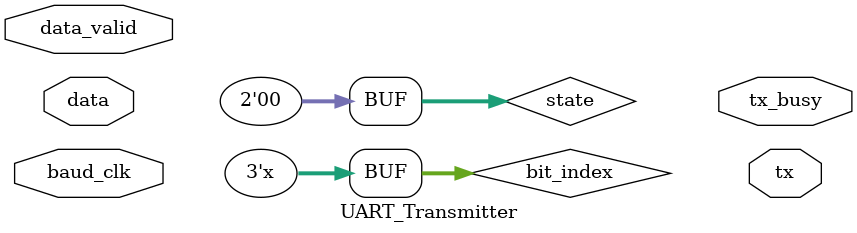
<source format=v>

`timescale 1ns / 1ns

module UART_Transmitter (input baud_clk,           // Generated baud clock from UART_Baud_Rate_Gen module
                         input [7:0] data,         // 8-bit data to transmit
                         input data_valid,         // Signal to indicate whether there is data to -> transmit <- or not (data_valid = 1: there is data to transmit | data_valid = 0; there is NOT data to transmit)
                         output reg tx,            // Serial data output bit (1-bit)
                         output reg tx_busy        // Signal to indicate whether transmission is -> busy <- or not (tx_busy = 1: transmitter is busy and currently involved in transmitting data | tx_done = 0: transmitter is not busy or has completed its transmission)
                         );
    
    // State Machine States
    localparam [1:0] IDLE = 2'b00,
                     START = 2'b01,
                     DATA = 2'b10,
                     END = 2'b11;
                     
    reg [1:0] state = IDLE;        // Current_state of the machine and next_state of the machine
    reg [2:0] bit_index = 0;       // The index of the bit to be transmitted. Since we are 8-bis of data, this bit_index is capable of transmitting all 8 since it is 3-bits, which can range from 0 to 7
    reg [7:0] tx_data;             // Data to be transmitted

    always @(baud_clk) begin
        case (state)
            IDLE: begin
                tx <= 1;                // Logic HIGH (1) output bit (IDLE state)
                tx_busy <= 0;               // Transmitter is not busy
                // If data_valid signal is HIGH (equals to 1) meaning there is data to transmit
                if (data_valid) begin
                    state <= START;         // Move to START state
                end
            end
            
            START: begin
                tx <= 0;                // START bit always LOW
                tx_busy <= 1;           // Transmitter is busy
                tx_data <= data;        // Load data to tx_data
                state <= DATA;          // Move to DATA state
            end
            
            DATA: begin
                tx <= tx_data[bit_index];           // Transmit one bit at a time
                // Increment bit index to transmit all 8 bits
                if (bit_index < 7)
                    bit_index = bit_index + 1;
                else
                    state = END;                // Move to END state
            end
            
            END: begin
                tx <= 1;                 // STOP bit always HIGH
                bit_index <= 0;          // Reset bit index back to 0
                tx_busy <= 0;            // Transmitter is not busy
                
                // Check if there is more data to transmit
                if (data_valid)
                    state <= START;         // If there is, move to STATE state
                else
                    state <= IDLE;          // If there is not, move to IDLE state
            end
            
            // Default state
            default: state <= IDLE;
            
        endcase
    end
        
endmodule



</source>
